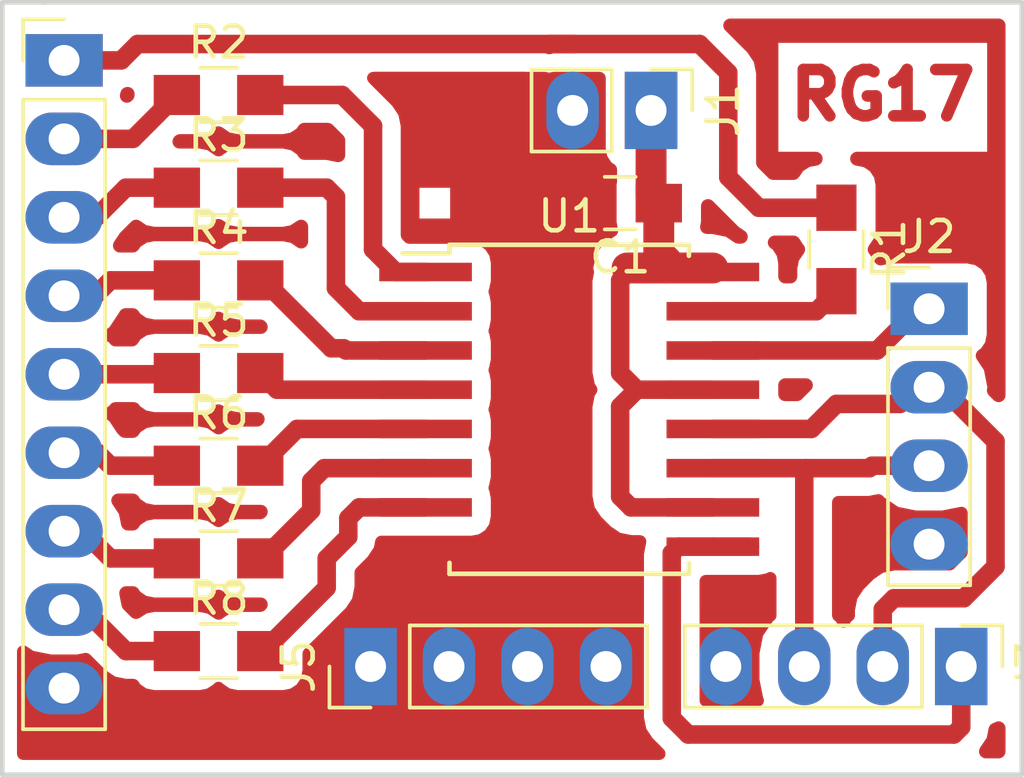
<source format=kicad_pcb>
(kicad_pcb (version 4) (host pcbnew 4.0.7-e2-6376~58~ubuntu16.04.1)

  (general
    (links 35)
    (no_connects 25)
    (area 0 0 0 0)
    (thickness 1.6)
    (drawings 5)
    (tracks 109)
    (zones 0)
    (modules 15)
    (nets 23)
  )

  (page A4)
  (layers
    (0 F.Cu signal)
    (31 B.Cu signal)
    (32 B.Adhes user)
    (33 F.Adhes user)
    (34 B.Paste user)
    (35 F.Paste user)
    (36 B.SilkS user)
    (37 F.SilkS user hide)
    (38 B.Mask user)
    (39 F.Mask user)
    (40 Dwgs.User user)
    (41 Cmts.User user)
    (42 Eco1.User user)
    (43 Eco2.User user)
    (44 Edge.Cuts user)
    (45 Margin user)
    (46 B.CrtYd user)
    (47 F.CrtYd user)
    (48 B.Fab user)
    (49 F.Fab user hide)
  )

  (setup
    (last_trace_width 0.6)
    (user_trace_width 0.5)
    (user_trace_width 0.75)
    (user_trace_width 1)
    (user_trace_width 1.5)
    (user_trace_width 2)
    (trace_clearance 0.6)
    (zone_clearance 0.45)
    (zone_45_only yes)
    (trace_min 0.2)
    (segment_width 0.2)
    (edge_width 0.15)
    (via_size 2)
    (via_drill 0.4)
    (via_min_size 0.4)
    (via_min_drill 0.3)
    (uvia_size 0.3)
    (uvia_drill 0.1)
    (uvias_allowed no)
    (uvia_min_size 0.2)
    (uvia_min_drill 0.1)
    (pcb_text_width 0.3)
    (pcb_text_size 1.5 1.5)
    (mod_edge_width 0.15)
    (mod_text_size 1 1)
    (mod_text_width 0.15)
    (pad_size 1.524 1.524)
    (pad_drill 0.762)
    (pad_to_mask_clearance 0.2)
    (aux_axis_origin 0 0)
    (visible_elements FFFFFF7F)
    (pcbplotparams
      (layerselection 0x00030_80000001)
      (usegerberextensions false)
      (excludeedgelayer true)
      (linewidth 0.100000)
      (plotframeref false)
      (viasonmask false)
      (mode 1)
      (useauxorigin false)
      (hpglpennumber 1)
      (hpglpenspeed 20)
      (hpglpendiameter 15)
      (hpglpenoverlay 2)
      (psnegative false)
      (psa4output false)
      (plotreference true)
      (plotvalue true)
      (plotinvisibletext false)
      (padsonsilk false)
      (subtractmaskfromsilk false)
      (outputformat 1)
      (mirror false)
      (drillshape 1)
      (scaleselection 1)
      (outputdirectory ""))
  )

  (net 0 "")
  (net 1 VCC)
  (net 2 GND)
  (net 3 "Net-(J2-Pad1)")
  (net 4 "Net-(J2-Pad2)")
  (net 5 "Net-(J2-Pad3)")
  (net 6 "Net-(J3-Pad1)")
  (net 7 "Net-(J4-Pad1)")
  (net 8 "Net-(J4-Pad2)")
  (net 9 "Net-(J4-Pad3)")
  (net 10 "Net-(J4-Pad4)")
  (net 11 "Net-(J4-Pad5)")
  (net 12 "Net-(J4-Pad6)")
  (net 13 "Net-(J4-Pad7)")
  (net 14 "Net-(J4-Pad8)")
  (net 15 "Net-(R1-Pad2)")
  (net 16 "Net-(R2-Pad2)")
  (net 17 "Net-(R3-Pad2)")
  (net 18 "Net-(R4-Pad2)")
  (net 19 "Net-(R5-Pad2)")
  (net 20 "Net-(R6-Pad2)")
  (net 21 "Net-(R7-Pad2)")
  (net 22 "Net-(R8-Pad2)")

  (net_class Default "This is the default net class."
    (clearance 0.6)
    (trace_width 0.6)
    (via_dia 2)
    (via_drill 0.4)
    (uvia_dia 0.3)
    (uvia_drill 0.1)
    (add_net GND)
    (add_net "Net-(J2-Pad1)")
    (add_net "Net-(J2-Pad2)")
    (add_net "Net-(J2-Pad3)")
    (add_net "Net-(J3-Pad1)")
    (add_net "Net-(J4-Pad1)")
    (add_net "Net-(J4-Pad2)")
    (add_net "Net-(J4-Pad3)")
    (add_net "Net-(J4-Pad4)")
    (add_net "Net-(J4-Pad5)")
    (add_net "Net-(J4-Pad6)")
    (add_net "Net-(J4-Pad7)")
    (add_net "Net-(J4-Pad8)")
    (add_net "Net-(R1-Pad2)")
    (add_net "Net-(R2-Pad2)")
    (add_net "Net-(R3-Pad2)")
    (add_net "Net-(R4-Pad2)")
    (add_net "Net-(R5-Pad2)")
    (add_net "Net-(R6-Pad2)")
    (add_net "Net-(R7-Pad2)")
    (add_net "Net-(R8-Pad2)")
    (add_net VCC)
  )

  (module baby_panel_footprints:Header_1x04_2.54mm_Oval (layer F.Cu) (tedit 5A37DCBE) (tstamp 5A3804BF)
    (at 138 82.92)
    (descr "Through hole straight pin header, 1x04, 2.54mm pitch, single row")
    (tags "Through hole pin header THT 1x04 2.54mm single row")
    (path /5A37FC8B)
    (fp_text reference J2 (at 0 -2.33) (layer F.SilkS)
      (effects (font (size 1 1) (thickness 0.15)))
    )
    (fp_text value Conn_01x04_Male (at 0 9.95) (layer F.Fab)
      (effects (font (size 1 1) (thickness 0.15)))
    )
    (fp_line (start -0.635 -1.27) (end 1.27 -1.27) (layer F.Fab) (width 0.1))
    (fp_line (start 1.27 -1.27) (end 1.27 8.89) (layer F.Fab) (width 0.1))
    (fp_line (start 1.27 8.89) (end -1.27 8.89) (layer F.Fab) (width 0.1))
    (fp_line (start -1.27 8.89) (end -1.27 -0.635) (layer F.Fab) (width 0.1))
    (fp_line (start -1.27 -0.635) (end -0.635 -1.27) (layer F.Fab) (width 0.1))
    (fp_line (start -1.33 8.95) (end 1.33 8.95) (layer F.SilkS) (width 0.12))
    (fp_line (start -1.33 1.27) (end -1.33 8.95) (layer F.SilkS) (width 0.12))
    (fp_line (start 1.33 1.27) (end 1.33 8.95) (layer F.SilkS) (width 0.12))
    (fp_line (start -1.33 1.27) (end 1.33 1.27) (layer F.SilkS) (width 0.12))
    (fp_line (start -1.33 0) (end -1.33 -1.33) (layer F.SilkS) (width 0.12))
    (fp_line (start -1.33 -1.33) (end 0 -1.33) (layer F.SilkS) (width 0.12))
    (fp_line (start -1.8 -1.8) (end -1.8 9.4) (layer F.CrtYd) (width 0.05))
    (fp_line (start -1.8 9.4) (end 1.8 9.4) (layer F.CrtYd) (width 0.05))
    (fp_line (start 1.8 9.4) (end 1.8 -1.8) (layer F.CrtYd) (width 0.05))
    (fp_line (start 1.8 -1.8) (end -1.8 -1.8) (layer F.CrtYd) (width 0.05))
    (fp_text user %R (at 0 3.81 90) (layer F.Fab)
      (effects (font (size 1 1) (thickness 0.15)))
    )
    (pad 1 thru_hole rect (at 0 0) (size 2.5 1.7) (drill 1) (layers *.Cu *.Mask)
      (net 3 "Net-(J2-Pad1)"))
    (pad 2 thru_hole oval (at 0 2.54) (size 2.5 1.7) (drill 1) (layers *.Cu *.Mask)
      (net 4 "Net-(J2-Pad2)"))
    (pad 3 thru_hole oval (at 0 5.08) (size 2.5 1.7) (drill 1) (layers *.Cu *.Mask)
      (net 5 "Net-(J2-Pad3)"))
    (pad 4 thru_hole oval (at 0 7.62) (size 2.5 1.7) (drill 1) (layers *.Cu *.Mask)
      (net 2 GND))
    (model ${KISYS3DMOD}/Pin_Headers.3dshapes/Pin_Header_Straight_1x04_Pitch2.54mm.wrl
      (at (xyz 0 0 0))
      (scale (xyz 1 1 1))
      (rotate (xyz 0 0 0))
    )
  )

  (module baby_panel_footprints:Header_1x04_2.54mm_Oval (layer F.Cu) (tedit 5A37DCBE) (tstamp 5A3804D7)
    (at 139.04 94.5 270)
    (descr "Through hole straight pin header, 1x04, 2.54mm pitch, single row")
    (tags "Through hole pin header THT 1x04 2.54mm single row")
    (path /5A380C46)
    (fp_text reference J3 (at 0 -2.33 270) (layer F.SilkS)
      (effects (font (size 1 1) (thickness 0.15)))
    )
    (fp_text value Conn_01x04_Male (at 0 9.95 270) (layer F.Fab)
      (effects (font (size 1 1) (thickness 0.15)))
    )
    (fp_line (start -0.635 -1.27) (end 1.27 -1.27) (layer F.Fab) (width 0.1))
    (fp_line (start 1.27 -1.27) (end 1.27 8.89) (layer F.Fab) (width 0.1))
    (fp_line (start 1.27 8.89) (end -1.27 8.89) (layer F.Fab) (width 0.1))
    (fp_line (start -1.27 8.89) (end -1.27 -0.635) (layer F.Fab) (width 0.1))
    (fp_line (start -1.27 -0.635) (end -0.635 -1.27) (layer F.Fab) (width 0.1))
    (fp_line (start -1.33 8.95) (end 1.33 8.95) (layer F.SilkS) (width 0.12))
    (fp_line (start -1.33 1.27) (end -1.33 8.95) (layer F.SilkS) (width 0.12))
    (fp_line (start 1.33 1.27) (end 1.33 8.95) (layer F.SilkS) (width 0.12))
    (fp_line (start -1.33 1.27) (end 1.33 1.27) (layer F.SilkS) (width 0.12))
    (fp_line (start -1.33 0) (end -1.33 -1.33) (layer F.SilkS) (width 0.12))
    (fp_line (start -1.33 -1.33) (end 0 -1.33) (layer F.SilkS) (width 0.12))
    (fp_line (start -1.8 -1.8) (end -1.8 9.4) (layer F.CrtYd) (width 0.05))
    (fp_line (start -1.8 9.4) (end 1.8 9.4) (layer F.CrtYd) (width 0.05))
    (fp_line (start 1.8 9.4) (end 1.8 -1.8) (layer F.CrtYd) (width 0.05))
    (fp_line (start 1.8 -1.8) (end -1.8 -1.8) (layer F.CrtYd) (width 0.05))
    (fp_text user %R (at 0 3.81 360) (layer F.Fab)
      (effects (font (size 1 1) (thickness 0.15)))
    )
    (pad 1 thru_hole rect (at 0 0 270) (size 2.5 1.7) (drill 1) (layers *.Cu *.Mask)
      (net 6 "Net-(J3-Pad1)"))
    (pad 2 thru_hole oval (at 0 2.54 270) (size 2.5 1.7) (drill 1) (layers *.Cu *.Mask)
      (net 4 "Net-(J2-Pad2)"))
    (pad 3 thru_hole oval (at 0 5.08 270) (size 2.5 1.7) (drill 1) (layers *.Cu *.Mask)
      (net 5 "Net-(J2-Pad3)"))
    (pad 4 thru_hole oval (at 0 7.62 270) (size 2.5 1.7) (drill 1) (layers *.Cu *.Mask)
      (net 2 GND))
    (model ${KISYS3DMOD}/Pin_Headers.3dshapes/Pin_Header_Straight_1x04_Pitch2.54mm.wrl
      (at (xyz 0 0 0))
      (scale (xyz 1 1 1))
      (rotate (xyz 0 0 0))
    )
  )

  (module Capacitors_SMD:C_0805_HandSoldering (layer F.Cu) (tedit 58AA84A8) (tstamp 5A380491)
    (at 128 79.5 180)
    (descr "Capacitor SMD 0805, hand soldering")
    (tags "capacitor 0805")
    (path /5A37FEBA)
    (attr smd)
    (fp_text reference C1 (at 0 -1.75 180) (layer F.SilkS)
      (effects (font (size 1 1) (thickness 0.15)))
    )
    (fp_text value 100n (at 0 1.75 180) (layer F.Fab)
      (effects (font (size 1 1) (thickness 0.15)))
    )
    (fp_text user %R (at 0 -1.75 180) (layer F.Fab)
      (effects (font (size 1 1) (thickness 0.15)))
    )
    (fp_line (start -1 0.62) (end -1 -0.62) (layer F.Fab) (width 0.1))
    (fp_line (start 1 0.62) (end -1 0.62) (layer F.Fab) (width 0.1))
    (fp_line (start 1 -0.62) (end 1 0.62) (layer F.Fab) (width 0.1))
    (fp_line (start -1 -0.62) (end 1 -0.62) (layer F.Fab) (width 0.1))
    (fp_line (start 0.5 -0.85) (end -0.5 -0.85) (layer F.SilkS) (width 0.12))
    (fp_line (start -0.5 0.85) (end 0.5 0.85) (layer F.SilkS) (width 0.12))
    (fp_line (start -2.25 -0.88) (end 2.25 -0.88) (layer F.CrtYd) (width 0.05))
    (fp_line (start -2.25 -0.88) (end -2.25 0.87) (layer F.CrtYd) (width 0.05))
    (fp_line (start 2.25 0.87) (end 2.25 -0.88) (layer F.CrtYd) (width 0.05))
    (fp_line (start 2.25 0.87) (end -2.25 0.87) (layer F.CrtYd) (width 0.05))
    (pad 1 smd rect (at -1.25 0 180) (size 1.5 1.25) (layers F.Cu F.Paste F.Mask)
      (net 1 VCC))
    (pad 2 smd rect (at 1.25 0 180) (size 1.5 1.25) (layers F.Cu F.Paste F.Mask)
      (net 2 GND))
    (model Capacitors_SMD.3dshapes/C_0805.wrl
      (at (xyz 0 0 0))
      (scale (xyz 1 1 1))
      (rotate (xyz 0 0 0))
    )
  )

  (module baby_panel_footprints:Header_1x02_2.54mm_Oval (layer F.Cu) (tedit 5A37DC5B) (tstamp 5A3804A7)
    (at 129 76.5 270)
    (descr "Through hole straight pin header, 1x02, 2.54mm pitch, single row")
    (tags "Through hole pin header THT 1x02 2.54mm single row")
    (path /5A37FB2A)
    (fp_text reference J1 (at 0 -2.33 270) (layer F.SilkS)
      (effects (font (size 1 1) (thickness 0.15)))
    )
    (fp_text value Conn_01x02_Male (at 0 4.87 270) (layer F.Fab)
      (effects (font (size 1 1) (thickness 0.15)))
    )
    (fp_line (start -0.635 -1.27) (end 1.27 -1.27) (layer F.Fab) (width 0.1))
    (fp_line (start 1.27 -1.27) (end 1.27 3.81) (layer F.Fab) (width 0.1))
    (fp_line (start 1.27 3.81) (end -1.27 3.81) (layer F.Fab) (width 0.1))
    (fp_line (start -1.27 3.81) (end -1.27 -0.635) (layer F.Fab) (width 0.1))
    (fp_line (start -1.27 -0.635) (end -0.635 -1.27) (layer F.Fab) (width 0.1))
    (fp_line (start -1.33 3.87) (end 1.33 3.87) (layer F.SilkS) (width 0.12))
    (fp_line (start -1.33 1.27) (end -1.33 3.87) (layer F.SilkS) (width 0.12))
    (fp_line (start 1.33 1.27) (end 1.33 3.87) (layer F.SilkS) (width 0.12))
    (fp_line (start -1.33 1.27) (end 1.33 1.27) (layer F.SilkS) (width 0.12))
    (fp_line (start -1.33 0) (end -1.33 -1.33) (layer F.SilkS) (width 0.12))
    (fp_line (start -1.33 -1.33) (end 0 -1.33) (layer F.SilkS) (width 0.12))
    (fp_line (start -1.8 -1.8) (end -1.8 4.35) (layer F.CrtYd) (width 0.05))
    (fp_line (start -1.8 4.35) (end 1.8 4.35) (layer F.CrtYd) (width 0.05))
    (fp_line (start 1.8 4.35) (end 1.8 -1.8) (layer F.CrtYd) (width 0.05))
    (fp_line (start 1.8 -1.8) (end -1.8 -1.8) (layer F.CrtYd) (width 0.05))
    (fp_text user %R (at 0 1.27 360) (layer F.Fab)
      (effects (font (size 1 1) (thickness 0.15)))
    )
    (pad 1 thru_hole rect (at 0 0 270) (size 2.5 1.7) (drill 1) (layers *.Cu *.Mask)
      (net 1 VCC))
    (pad 2 thru_hole oval (at 0 2.54 270) (size 2.5 1.7) (drill 1) (layers *.Cu *.Mask)
      (net 2 GND))
    (model ${KISYS3DMOD}/Pin_Headers.3dshapes/Pin_Header_Straight_1x02_Pitch2.54mm.wrl
      (at (xyz 0 0 0))
      (scale (xyz 1 1 1))
      (rotate (xyz 0 0 0))
    )
  )

  (module baby_panel_footprints:Header_1x09_2.54mm_Oval (layer F.Cu) (tedit 5A37FF6F) (tstamp 5A3804F4)
    (at 110 74.88)
    (descr "Through hole straight pin header, 1x09, 2.54mm pitch, single row")
    (tags "Through hole pin header THT 1x09 2.54mm single row")
    (path /5A3813F0)
    (fp_text reference J4 (at 0 -2.33) (layer F.SilkS)
      (effects (font (size 1 1) (thickness 0.15)))
    )
    (fp_text value Conn_01x09_Male (at 0 22.65) (layer F.Fab)
      (effects (font (size 1 1) (thickness 0.15)))
    )
    (fp_line (start -0.635 -1.27) (end 1.27 -1.27) (layer F.Fab) (width 0.1))
    (fp_line (start 1.27 -1.27) (end 1.27 21.59) (layer F.Fab) (width 0.1))
    (fp_line (start 1.27 21.59) (end -1.27 21.59) (layer F.Fab) (width 0.1))
    (fp_line (start -1.27 21.59) (end -1.27 -0.635) (layer F.Fab) (width 0.1))
    (fp_line (start -1.27 -0.635) (end -0.635 -1.27) (layer F.Fab) (width 0.1))
    (fp_line (start -1.33 21.65) (end 1.33 21.65) (layer F.SilkS) (width 0.12))
    (fp_line (start -1.33 1.27) (end -1.33 21.65) (layer F.SilkS) (width 0.12))
    (fp_line (start 1.33 1.27) (end 1.33 21.65) (layer F.SilkS) (width 0.12))
    (fp_line (start -1.33 1.27) (end 1.33 1.27) (layer F.SilkS) (width 0.12))
    (fp_line (start -1.33 0) (end -1.33 -1.33) (layer F.SilkS) (width 0.12))
    (fp_line (start -1.33 -1.33) (end 0 -1.33) (layer F.SilkS) (width 0.12))
    (fp_line (start -1.8 -1.8) (end -1.8 22.1) (layer F.CrtYd) (width 0.05))
    (fp_line (start -1.8 22.1) (end 1.8 22.1) (layer F.CrtYd) (width 0.05))
    (fp_line (start 1.8 22.1) (end 1.8 -1.8) (layer F.CrtYd) (width 0.05))
    (fp_line (start 1.8 -1.8) (end -1.8 -1.8) (layer F.CrtYd) (width 0.05))
    (fp_text user %R (at 0 10.16 90) (layer F.Fab)
      (effects (font (size 1 1) (thickness 0.15)))
    )
    (pad 1 thru_hole rect (at 0 0) (size 2.5 1.7) (drill 1) (layers *.Cu *.Mask)
      (net 7 "Net-(J4-Pad1)"))
    (pad 2 thru_hole oval (at 0 2.54) (size 2.5 1.7) (drill 1) (layers *.Cu *.Mask)
      (net 8 "Net-(J4-Pad2)"))
    (pad 3 thru_hole oval (at 0 5.08) (size 2.5 1.7) (drill 1) (layers *.Cu *.Mask)
      (net 9 "Net-(J4-Pad3)"))
    (pad 4 thru_hole oval (at 0 7.62) (size 2.5 1.7) (drill 1) (layers *.Cu *.Mask)
      (net 10 "Net-(J4-Pad4)"))
    (pad 5 thru_hole oval (at 0 10.16) (size 2.5 1.7) (drill 1) (layers *.Cu *.Mask)
      (net 11 "Net-(J4-Pad5)"))
    (pad 6 thru_hole oval (at 0 12.7) (size 2.5 1.7) (drill 1) (layers *.Cu *.Mask)
      (net 12 "Net-(J4-Pad6)"))
    (pad 7 thru_hole oval (at 0 15.24) (size 2.5 1.7) (drill 1) (layers *.Cu *.Mask)
      (net 13 "Net-(J4-Pad7)"))
    (pad 8 thru_hole oval (at 0 17.78) (size 2.5 1.7) (drill 1) (layers *.Cu *.Mask)
      (net 14 "Net-(J4-Pad8)"))
    (pad 9 thru_hole oval (at 0 20.32) (size 2.5 1.7) (drill 1) (layers *.Cu *.Mask)
      (net 2 GND))
    (model ${KISYS3DMOD}/Pin_Headers.3dshapes/Pin_Header_Straight_1x09_Pitch2.54mm.wrl
      (at (xyz 0 0 0))
      (scale (xyz 1 1 1))
      (rotate (xyz 0 0 0))
    )
  )

  (module baby_panel_footprints:Header_1x04_2.54mm_Oval (layer F.Cu) (tedit 5A37DCBE) (tstamp 5A38050C)
    (at 119.92 94.5 90)
    (descr "Through hole straight pin header, 1x04, 2.54mm pitch, single row")
    (tags "Through hole pin header THT 1x04 2.54mm single row")
    (path /5A381EDE)
    (fp_text reference J5 (at 0 -2.33 90) (layer F.SilkS)
      (effects (font (size 1 1) (thickness 0.15)))
    )
    (fp_text value Conn_01x04_Male (at 0 9.95 90) (layer F.Fab)
      (effects (font (size 1 1) (thickness 0.15)))
    )
    (fp_line (start -0.635 -1.27) (end 1.27 -1.27) (layer F.Fab) (width 0.1))
    (fp_line (start 1.27 -1.27) (end 1.27 8.89) (layer F.Fab) (width 0.1))
    (fp_line (start 1.27 8.89) (end -1.27 8.89) (layer F.Fab) (width 0.1))
    (fp_line (start -1.27 8.89) (end -1.27 -0.635) (layer F.Fab) (width 0.1))
    (fp_line (start -1.27 -0.635) (end -0.635 -1.27) (layer F.Fab) (width 0.1))
    (fp_line (start -1.33 8.95) (end 1.33 8.95) (layer F.SilkS) (width 0.12))
    (fp_line (start -1.33 1.27) (end -1.33 8.95) (layer F.SilkS) (width 0.12))
    (fp_line (start 1.33 1.27) (end 1.33 8.95) (layer F.SilkS) (width 0.12))
    (fp_line (start -1.33 1.27) (end 1.33 1.27) (layer F.SilkS) (width 0.12))
    (fp_line (start -1.33 0) (end -1.33 -1.33) (layer F.SilkS) (width 0.12))
    (fp_line (start -1.33 -1.33) (end 0 -1.33) (layer F.SilkS) (width 0.12))
    (fp_line (start -1.8 -1.8) (end -1.8 9.4) (layer F.CrtYd) (width 0.05))
    (fp_line (start -1.8 9.4) (end 1.8 9.4) (layer F.CrtYd) (width 0.05))
    (fp_line (start 1.8 9.4) (end 1.8 -1.8) (layer F.CrtYd) (width 0.05))
    (fp_line (start 1.8 -1.8) (end -1.8 -1.8) (layer F.CrtYd) (width 0.05))
    (fp_text user %R (at 0 3.81 180) (layer F.Fab)
      (effects (font (size 1 1) (thickness 0.15)))
    )
    (pad 1 thru_hole rect (at 0 0 90) (size 2.5 1.7) (drill 1) (layers *.Cu *.Mask)
      (net 2 GND))
    (pad 2 thru_hole oval (at 0 2.54 90) (size 2.5 1.7) (drill 1) (layers *.Cu *.Mask)
      (net 2 GND))
    (pad 3 thru_hole oval (at 0 5.08 90) (size 2.5 1.7) (drill 1) (layers *.Cu *.Mask)
      (net 2 GND))
    (pad 4 thru_hole oval (at 0 7.62 90) (size 2.5 1.7) (drill 1) (layers *.Cu *.Mask)
      (net 2 GND))
    (model ${KISYS3DMOD}/Pin_Headers.3dshapes/Pin_Header_Straight_1x04_Pitch2.54mm.wrl
      (at (xyz 0 0 0))
      (scale (xyz 1 1 1))
      (rotate (xyz 0 0 0))
    )
  )

  (module Resistors_SMD:R_0805_HandSoldering (layer F.Cu) (tedit 58E0A804) (tstamp 5A380512)
    (at 135 81 270)
    (descr "Resistor SMD 0805, hand soldering")
    (tags "resistor 0805")
    (path /5A380082)
    (attr smd)
    (fp_text reference R1 (at 0 -1.7 270) (layer F.SilkS)
      (effects (font (size 1 1) (thickness 0.15)))
    )
    (fp_text value 200 (at 0 1.75 270) (layer F.Fab)
      (effects (font (size 1 1) (thickness 0.15)))
    )
    (fp_text user %R (at 0 0 270) (layer F.Fab)
      (effects (font (size 0.5 0.5) (thickness 0.075)))
    )
    (fp_line (start -1 0.62) (end -1 -0.62) (layer F.Fab) (width 0.1))
    (fp_line (start 1 0.62) (end -1 0.62) (layer F.Fab) (width 0.1))
    (fp_line (start 1 -0.62) (end 1 0.62) (layer F.Fab) (width 0.1))
    (fp_line (start -1 -0.62) (end 1 -0.62) (layer F.Fab) (width 0.1))
    (fp_line (start 0.6 0.88) (end -0.6 0.88) (layer F.SilkS) (width 0.12))
    (fp_line (start -0.6 -0.88) (end 0.6 -0.88) (layer F.SilkS) (width 0.12))
    (fp_line (start -2.35 -0.9) (end 2.35 -0.9) (layer F.CrtYd) (width 0.05))
    (fp_line (start -2.35 -0.9) (end -2.35 0.9) (layer F.CrtYd) (width 0.05))
    (fp_line (start 2.35 0.9) (end 2.35 -0.9) (layer F.CrtYd) (width 0.05))
    (fp_line (start 2.35 0.9) (end -2.35 0.9) (layer F.CrtYd) (width 0.05))
    (pad 1 smd rect (at -1.35 0 270) (size 1.5 1.3) (layers F.Cu F.Paste F.Mask)
      (net 7 "Net-(J4-Pad1)"))
    (pad 2 smd rect (at 1.35 0 270) (size 1.5 1.3) (layers F.Cu F.Paste F.Mask)
      (net 15 "Net-(R1-Pad2)"))
    (model ${KISYS3DMOD}/Resistors_SMD.3dshapes/R_0805.wrl
      (at (xyz 0 0 0))
      (scale (xyz 1 1 1))
      (rotate (xyz 0 0 0))
    )
  )

  (module Resistors_SMD:R_0805_HandSoldering (layer F.Cu) (tedit 58E0A804) (tstamp 5A380518)
    (at 115 76)
    (descr "Resistor SMD 0805, hand soldering")
    (tags "resistor 0805")
    (path /5A38015C)
    (attr smd)
    (fp_text reference R2 (at 0 -1.7) (layer F.SilkS)
      (effects (font (size 1 1) (thickness 0.15)))
    )
    (fp_text value 200 (at 0 1.75) (layer F.Fab)
      (effects (font (size 1 1) (thickness 0.15)))
    )
    (fp_text user %R (at 0 0) (layer F.Fab)
      (effects (font (size 0.5 0.5) (thickness 0.075)))
    )
    (fp_line (start -1 0.62) (end -1 -0.62) (layer F.Fab) (width 0.1))
    (fp_line (start 1 0.62) (end -1 0.62) (layer F.Fab) (width 0.1))
    (fp_line (start 1 -0.62) (end 1 0.62) (layer F.Fab) (width 0.1))
    (fp_line (start -1 -0.62) (end 1 -0.62) (layer F.Fab) (width 0.1))
    (fp_line (start 0.6 0.88) (end -0.6 0.88) (layer F.SilkS) (width 0.12))
    (fp_line (start -0.6 -0.88) (end 0.6 -0.88) (layer F.SilkS) (width 0.12))
    (fp_line (start -2.35 -0.9) (end 2.35 -0.9) (layer F.CrtYd) (width 0.05))
    (fp_line (start -2.35 -0.9) (end -2.35 0.9) (layer F.CrtYd) (width 0.05))
    (fp_line (start 2.35 0.9) (end 2.35 -0.9) (layer F.CrtYd) (width 0.05))
    (fp_line (start 2.35 0.9) (end -2.35 0.9) (layer F.CrtYd) (width 0.05))
    (pad 1 smd rect (at -1.35 0) (size 1.5 1.3) (layers F.Cu F.Paste F.Mask)
      (net 8 "Net-(J4-Pad2)"))
    (pad 2 smd rect (at 1.35 0) (size 1.5 1.3) (layers F.Cu F.Paste F.Mask)
      (net 16 "Net-(R2-Pad2)"))
    (model ${KISYS3DMOD}/Resistors_SMD.3dshapes/R_0805.wrl
      (at (xyz 0 0 0))
      (scale (xyz 1 1 1))
      (rotate (xyz 0 0 0))
    )
  )

  (module Resistors_SMD:R_0805_HandSoldering (layer F.Cu) (tedit 58E0A804) (tstamp 5A38051E)
    (at 115 79)
    (descr "Resistor SMD 0805, hand soldering")
    (tags "resistor 0805")
    (path /5A38017E)
    (attr smd)
    (fp_text reference R3 (at 0 -1.7) (layer F.SilkS)
      (effects (font (size 1 1) (thickness 0.15)))
    )
    (fp_text value 200 (at 0 1.75) (layer F.Fab)
      (effects (font (size 1 1) (thickness 0.15)))
    )
    (fp_text user %R (at 0 0) (layer F.Fab)
      (effects (font (size 0.5 0.5) (thickness 0.075)))
    )
    (fp_line (start -1 0.62) (end -1 -0.62) (layer F.Fab) (width 0.1))
    (fp_line (start 1 0.62) (end -1 0.62) (layer F.Fab) (width 0.1))
    (fp_line (start 1 -0.62) (end 1 0.62) (layer F.Fab) (width 0.1))
    (fp_line (start -1 -0.62) (end 1 -0.62) (layer F.Fab) (width 0.1))
    (fp_line (start 0.6 0.88) (end -0.6 0.88) (layer F.SilkS) (width 0.12))
    (fp_line (start -0.6 -0.88) (end 0.6 -0.88) (layer F.SilkS) (width 0.12))
    (fp_line (start -2.35 -0.9) (end 2.35 -0.9) (layer F.CrtYd) (width 0.05))
    (fp_line (start -2.35 -0.9) (end -2.35 0.9) (layer F.CrtYd) (width 0.05))
    (fp_line (start 2.35 0.9) (end 2.35 -0.9) (layer F.CrtYd) (width 0.05))
    (fp_line (start 2.35 0.9) (end -2.35 0.9) (layer F.CrtYd) (width 0.05))
    (pad 1 smd rect (at -1.35 0) (size 1.5 1.3) (layers F.Cu F.Paste F.Mask)
      (net 9 "Net-(J4-Pad3)"))
    (pad 2 smd rect (at 1.35 0) (size 1.5 1.3) (layers F.Cu F.Paste F.Mask)
      (net 17 "Net-(R3-Pad2)"))
    (model ${KISYS3DMOD}/Resistors_SMD.3dshapes/R_0805.wrl
      (at (xyz 0 0 0))
      (scale (xyz 1 1 1))
      (rotate (xyz 0 0 0))
    )
  )

  (module Resistors_SMD:R_0805_HandSoldering (layer F.Cu) (tedit 58E0A804) (tstamp 5A380524)
    (at 115 82)
    (descr "Resistor SMD 0805, hand soldering")
    (tags "resistor 0805")
    (path /5A3801A3)
    (attr smd)
    (fp_text reference R4 (at 0 -1.7) (layer F.SilkS)
      (effects (font (size 1 1) (thickness 0.15)))
    )
    (fp_text value 200 (at 0 1.75) (layer F.Fab)
      (effects (font (size 1 1) (thickness 0.15)))
    )
    (fp_text user %R (at 0 0) (layer F.Fab)
      (effects (font (size 0.5 0.5) (thickness 0.075)))
    )
    (fp_line (start -1 0.62) (end -1 -0.62) (layer F.Fab) (width 0.1))
    (fp_line (start 1 0.62) (end -1 0.62) (layer F.Fab) (width 0.1))
    (fp_line (start 1 -0.62) (end 1 0.62) (layer F.Fab) (width 0.1))
    (fp_line (start -1 -0.62) (end 1 -0.62) (layer F.Fab) (width 0.1))
    (fp_line (start 0.6 0.88) (end -0.6 0.88) (layer F.SilkS) (width 0.12))
    (fp_line (start -0.6 -0.88) (end 0.6 -0.88) (layer F.SilkS) (width 0.12))
    (fp_line (start -2.35 -0.9) (end 2.35 -0.9) (layer F.CrtYd) (width 0.05))
    (fp_line (start -2.35 -0.9) (end -2.35 0.9) (layer F.CrtYd) (width 0.05))
    (fp_line (start 2.35 0.9) (end 2.35 -0.9) (layer F.CrtYd) (width 0.05))
    (fp_line (start 2.35 0.9) (end -2.35 0.9) (layer F.CrtYd) (width 0.05))
    (pad 1 smd rect (at -1.35 0) (size 1.5 1.3) (layers F.Cu F.Paste F.Mask)
      (net 10 "Net-(J4-Pad4)"))
    (pad 2 smd rect (at 1.35 0) (size 1.5 1.3) (layers F.Cu F.Paste F.Mask)
      (net 18 "Net-(R4-Pad2)"))
    (model ${KISYS3DMOD}/Resistors_SMD.3dshapes/R_0805.wrl
      (at (xyz 0 0 0))
      (scale (xyz 1 1 1))
      (rotate (xyz 0 0 0))
    )
  )

  (module Resistors_SMD:R_0805_HandSoldering (layer F.Cu) (tedit 58E0A804) (tstamp 5A38052A)
    (at 115 85)
    (descr "Resistor SMD 0805, hand soldering")
    (tags "resistor 0805")
    (path /5A3801CB)
    (attr smd)
    (fp_text reference R5 (at 0 -1.7) (layer F.SilkS)
      (effects (font (size 1 1) (thickness 0.15)))
    )
    (fp_text value 200 (at 0 1.75) (layer F.Fab)
      (effects (font (size 1 1) (thickness 0.15)))
    )
    (fp_text user %R (at 0 0) (layer F.Fab)
      (effects (font (size 0.5 0.5) (thickness 0.075)))
    )
    (fp_line (start -1 0.62) (end -1 -0.62) (layer F.Fab) (width 0.1))
    (fp_line (start 1 0.62) (end -1 0.62) (layer F.Fab) (width 0.1))
    (fp_line (start 1 -0.62) (end 1 0.62) (layer F.Fab) (width 0.1))
    (fp_line (start -1 -0.62) (end 1 -0.62) (layer F.Fab) (width 0.1))
    (fp_line (start 0.6 0.88) (end -0.6 0.88) (layer F.SilkS) (width 0.12))
    (fp_line (start -0.6 -0.88) (end 0.6 -0.88) (layer F.SilkS) (width 0.12))
    (fp_line (start -2.35 -0.9) (end 2.35 -0.9) (layer F.CrtYd) (width 0.05))
    (fp_line (start -2.35 -0.9) (end -2.35 0.9) (layer F.CrtYd) (width 0.05))
    (fp_line (start 2.35 0.9) (end 2.35 -0.9) (layer F.CrtYd) (width 0.05))
    (fp_line (start 2.35 0.9) (end -2.35 0.9) (layer F.CrtYd) (width 0.05))
    (pad 1 smd rect (at -1.35 0) (size 1.5 1.3) (layers F.Cu F.Paste F.Mask)
      (net 11 "Net-(J4-Pad5)"))
    (pad 2 smd rect (at 1.35 0) (size 1.5 1.3) (layers F.Cu F.Paste F.Mask)
      (net 19 "Net-(R5-Pad2)"))
    (model ${KISYS3DMOD}/Resistors_SMD.3dshapes/R_0805.wrl
      (at (xyz 0 0 0))
      (scale (xyz 1 1 1))
      (rotate (xyz 0 0 0))
    )
  )

  (module Resistors_SMD:R_0805_HandSoldering (layer F.Cu) (tedit 58E0A804) (tstamp 5A380530)
    (at 115 88)
    (descr "Resistor SMD 0805, hand soldering")
    (tags "resistor 0805")
    (path /5A3801F6)
    (attr smd)
    (fp_text reference R6 (at 0 -1.7) (layer F.SilkS)
      (effects (font (size 1 1) (thickness 0.15)))
    )
    (fp_text value 200 (at 0 1.75) (layer F.Fab)
      (effects (font (size 1 1) (thickness 0.15)))
    )
    (fp_text user %R (at 0 0) (layer F.Fab)
      (effects (font (size 0.5 0.5) (thickness 0.075)))
    )
    (fp_line (start -1 0.62) (end -1 -0.62) (layer F.Fab) (width 0.1))
    (fp_line (start 1 0.62) (end -1 0.62) (layer F.Fab) (width 0.1))
    (fp_line (start 1 -0.62) (end 1 0.62) (layer F.Fab) (width 0.1))
    (fp_line (start -1 -0.62) (end 1 -0.62) (layer F.Fab) (width 0.1))
    (fp_line (start 0.6 0.88) (end -0.6 0.88) (layer F.SilkS) (width 0.12))
    (fp_line (start -0.6 -0.88) (end 0.6 -0.88) (layer F.SilkS) (width 0.12))
    (fp_line (start -2.35 -0.9) (end 2.35 -0.9) (layer F.CrtYd) (width 0.05))
    (fp_line (start -2.35 -0.9) (end -2.35 0.9) (layer F.CrtYd) (width 0.05))
    (fp_line (start 2.35 0.9) (end 2.35 -0.9) (layer F.CrtYd) (width 0.05))
    (fp_line (start 2.35 0.9) (end -2.35 0.9) (layer F.CrtYd) (width 0.05))
    (pad 1 smd rect (at -1.35 0) (size 1.5 1.3) (layers F.Cu F.Paste F.Mask)
      (net 12 "Net-(J4-Pad6)"))
    (pad 2 smd rect (at 1.35 0) (size 1.5 1.3) (layers F.Cu F.Paste F.Mask)
      (net 20 "Net-(R6-Pad2)"))
    (model ${KISYS3DMOD}/Resistors_SMD.3dshapes/R_0805.wrl
      (at (xyz 0 0 0))
      (scale (xyz 1 1 1))
      (rotate (xyz 0 0 0))
    )
  )

  (module Resistors_SMD:R_0805_HandSoldering (layer F.Cu) (tedit 58E0A804) (tstamp 5A380536)
    (at 115 91)
    (descr "Resistor SMD 0805, hand soldering")
    (tags "resistor 0805")
    (path /5A380224)
    (attr smd)
    (fp_text reference R7 (at 0 -1.7) (layer F.SilkS)
      (effects (font (size 1 1) (thickness 0.15)))
    )
    (fp_text value 200 (at 0 1.75) (layer F.Fab)
      (effects (font (size 1 1) (thickness 0.15)))
    )
    (fp_text user %R (at 0 0) (layer F.Fab)
      (effects (font (size 0.5 0.5) (thickness 0.075)))
    )
    (fp_line (start -1 0.62) (end -1 -0.62) (layer F.Fab) (width 0.1))
    (fp_line (start 1 0.62) (end -1 0.62) (layer F.Fab) (width 0.1))
    (fp_line (start 1 -0.62) (end 1 0.62) (layer F.Fab) (width 0.1))
    (fp_line (start -1 -0.62) (end 1 -0.62) (layer F.Fab) (width 0.1))
    (fp_line (start 0.6 0.88) (end -0.6 0.88) (layer F.SilkS) (width 0.12))
    (fp_line (start -0.6 -0.88) (end 0.6 -0.88) (layer F.SilkS) (width 0.12))
    (fp_line (start -2.35 -0.9) (end 2.35 -0.9) (layer F.CrtYd) (width 0.05))
    (fp_line (start -2.35 -0.9) (end -2.35 0.9) (layer F.CrtYd) (width 0.05))
    (fp_line (start 2.35 0.9) (end 2.35 -0.9) (layer F.CrtYd) (width 0.05))
    (fp_line (start 2.35 0.9) (end -2.35 0.9) (layer F.CrtYd) (width 0.05))
    (pad 1 smd rect (at -1.35 0) (size 1.5 1.3) (layers F.Cu F.Paste F.Mask)
      (net 13 "Net-(J4-Pad7)"))
    (pad 2 smd rect (at 1.35 0) (size 1.5 1.3) (layers F.Cu F.Paste F.Mask)
      (net 21 "Net-(R7-Pad2)"))
    (model ${KISYS3DMOD}/Resistors_SMD.3dshapes/R_0805.wrl
      (at (xyz 0 0 0))
      (scale (xyz 1 1 1))
      (rotate (xyz 0 0 0))
    )
  )

  (module Resistors_SMD:R_0805_HandSoldering (layer F.Cu) (tedit 58E0A804) (tstamp 5A38053C)
    (at 115 94)
    (descr "Resistor SMD 0805, hand soldering")
    (tags "resistor 0805")
    (path /5A380255)
    (attr smd)
    (fp_text reference R8 (at 0 -1.7) (layer F.SilkS)
      (effects (font (size 1 1) (thickness 0.15)))
    )
    (fp_text value 200 (at 0 1.75) (layer F.Fab)
      (effects (font (size 1 1) (thickness 0.15)))
    )
    (fp_text user %R (at 0 0) (layer F.Fab)
      (effects (font (size 0.5 0.5) (thickness 0.075)))
    )
    (fp_line (start -1 0.62) (end -1 -0.62) (layer F.Fab) (width 0.1))
    (fp_line (start 1 0.62) (end -1 0.62) (layer F.Fab) (width 0.1))
    (fp_line (start 1 -0.62) (end 1 0.62) (layer F.Fab) (width 0.1))
    (fp_line (start -1 -0.62) (end 1 -0.62) (layer F.Fab) (width 0.1))
    (fp_line (start 0.6 0.88) (end -0.6 0.88) (layer F.SilkS) (width 0.12))
    (fp_line (start -0.6 -0.88) (end 0.6 -0.88) (layer F.SilkS) (width 0.12))
    (fp_line (start -2.35 -0.9) (end 2.35 -0.9) (layer F.CrtYd) (width 0.05))
    (fp_line (start -2.35 -0.9) (end -2.35 0.9) (layer F.CrtYd) (width 0.05))
    (fp_line (start 2.35 0.9) (end 2.35 -0.9) (layer F.CrtYd) (width 0.05))
    (fp_line (start 2.35 0.9) (end -2.35 0.9) (layer F.CrtYd) (width 0.05))
    (pad 1 smd rect (at -1.35 0) (size 1.5 1.3) (layers F.Cu F.Paste F.Mask)
      (net 14 "Net-(J4-Pad8)"))
    (pad 2 smd rect (at 1.35 0) (size 1.5 1.3) (layers F.Cu F.Paste F.Mask)
      (net 22 "Net-(R8-Pad2)"))
    (model ${KISYS3DMOD}/Resistors_SMD.3dshapes/R_0805.wrl
      (at (xyz 0 0 0))
      (scale (xyz 1 1 1))
      (rotate (xyz 0 0 0))
    )
  )

  (module baby_panel_footprints:SOIC-16W_7.5x10.3mm_Pitch1.27mm_HandSoldering (layer F.Cu) (tedit 5A380089) (tstamp 5A380550)
    (at 126.35 86.175)
    (descr "16-Lead Plastic Small Outline (SO) - Wide, 7.50 mm Body [SOIC] (see Microchip Packaging Specification 00000049BS.pdf)")
    (tags "SOIC 1.27")
    (path /5A37FD24)
    (attr smd)
    (fp_text reference U1 (at 0 -6.25) (layer F.SilkS)
      (effects (font (size 1 1) (thickness 0.15)))
    )
    (fp_text value 74HC595 (at 0 6.25) (layer F.Fab)
      (effects (font (size 1 1) (thickness 0.15)))
    )
    (fp_text user %R (at 0 0) (layer F.Fab)
      (effects (font (size 1 1) (thickness 0.15)))
    )
    (fp_line (start -2.75 -5.15) (end 3.75 -5.15) (layer F.Fab) (width 0.15))
    (fp_line (start 3.75 -5.15) (end 3.75 5.15) (layer F.Fab) (width 0.15))
    (fp_line (start 3.75 5.15) (end -3.75 5.15) (layer F.Fab) (width 0.15))
    (fp_line (start -3.75 5.15) (end -3.75 -4.15) (layer F.Fab) (width 0.15))
    (fp_line (start -3.75 -4.15) (end -2.75 -5.15) (layer F.Fab) (width 0.15))
    (fp_line (start -5.65 -5.5) (end -5.65 5.5) (layer F.CrtYd) (width 0.05))
    (fp_line (start 5.65 -5.5) (end 5.65 5.5) (layer F.CrtYd) (width 0.05))
    (fp_line (start -5.65 -5.5) (end 5.65 -5.5) (layer F.CrtYd) (width 0.05))
    (fp_line (start -5.65 5.5) (end 5.65 5.5) (layer F.CrtYd) (width 0.05))
    (fp_line (start -3.875 -5.325) (end -3.875 -5.05) (layer F.SilkS) (width 0.15))
    (fp_line (start 3.875 -5.325) (end 3.875 -4.97) (layer F.SilkS) (width 0.15))
    (fp_line (start 3.875 5.325) (end 3.875 4.97) (layer F.SilkS) (width 0.15))
    (fp_line (start -3.875 5.325) (end -3.875 4.97) (layer F.SilkS) (width 0.15))
    (fp_line (start -3.875 -5.325) (end 3.875 -5.325) (layer F.SilkS) (width 0.15))
    (fp_line (start -3.875 5.325) (end 3.875 5.325) (layer F.SilkS) (width 0.15))
    (fp_line (start -3.875 -5.05) (end -5.4 -5.05) (layer F.SilkS) (width 0.15))
    (pad 1 smd rect (at -4.65 -4.445) (size 3 0.6) (layers F.Cu F.Paste F.Mask)
      (net 16 "Net-(R2-Pad2)"))
    (pad 2 smd rect (at -4.65 -3.175) (size 3 0.6) (layers F.Cu F.Paste F.Mask)
      (net 17 "Net-(R3-Pad2)"))
    (pad 3 smd rect (at -4.65 -1.905) (size 3 0.6) (layers F.Cu F.Paste F.Mask)
      (net 18 "Net-(R4-Pad2)"))
    (pad 4 smd rect (at -4.65 -0.635) (size 3 0.6) (layers F.Cu F.Paste F.Mask)
      (net 19 "Net-(R5-Pad2)"))
    (pad 5 smd rect (at -4.65 0.635) (size 3 0.6) (layers F.Cu F.Paste F.Mask)
      (net 20 "Net-(R6-Pad2)"))
    (pad 6 smd rect (at -4.65 1.905) (size 3 0.6) (layers F.Cu F.Paste F.Mask)
      (net 21 "Net-(R7-Pad2)"))
    (pad 7 smd rect (at -4.65 3.175) (size 3 0.6) (layers F.Cu F.Paste F.Mask)
      (net 22 "Net-(R8-Pad2)"))
    (pad 8 smd rect (at -4.65 4.445) (size 3 0.6) (layers F.Cu F.Paste F.Mask)
      (net 2 GND))
    (pad 9 smd rect (at 4.65 4.445) (size 3 0.6) (layers F.Cu F.Paste F.Mask)
      (net 6 "Net-(J3-Pad1)"))
    (pad 10 smd rect (at 4.65 3.175) (size 3 0.6) (layers F.Cu F.Paste F.Mask)
      (net 1 VCC))
    (pad 11 smd rect (at 4.65 1.905) (size 3 0.6) (layers F.Cu F.Paste F.Mask)
      (net 5 "Net-(J2-Pad3)"))
    (pad 12 smd rect (at 4.65 0.635) (size 3 0.6) (layers F.Cu F.Paste F.Mask)
      (net 4 "Net-(J2-Pad2)"))
    (pad 13 smd rect (at 4.65 -0.635) (size 3 0.6) (layers F.Cu F.Paste F.Mask)
      (net 1 VCC))
    (pad 14 smd rect (at 4.65 -1.905) (size 3 0.6) (layers F.Cu F.Paste F.Mask)
      (net 3 "Net-(J2-Pad1)"))
    (pad 15 smd rect (at 4.65 -3.175) (size 3 0.6) (layers F.Cu F.Paste F.Mask)
      (net 15 "Net-(R1-Pad2)"))
    (pad 16 smd rect (at 4.65 -4.445) (size 3 0.6) (layers F.Cu F.Paste F.Mask)
      (net 1 VCC))
    (model ${KISYS3DMOD}/Housings_SOIC.3dshapes/SOIC-16W_7.5x10.3mm_Pitch1.27mm.wrl
      (at (xyz 0 0 0))
      (scale (xyz 1 1 1))
      (rotate (xyz 0 0 0))
    )
  )

  (gr_text RG17 (at 136.5 76) (layer F.Cu)
    (effects (font (size 1.5 1.5) (thickness 0.375)))
  )
  (gr_line (start 141 73) (end 108 73) (layer Edge.Cuts) (width 0.15))
  (gr_line (start 141 98) (end 141 73) (layer Edge.Cuts) (width 0.15))
  (gr_line (start 108 98) (end 141 98) (layer Edge.Cuts) (width 0.15))
  (gr_line (start 108 73) (end 108 98) (layer Edge.Cuts) (width 0.15))

  (segment (start 128.619999 81.599999) (end 129.5 81.599999) (width 1) (layer F.Cu) (net 1))
  (segment (start 129.5 81.599999) (end 131 81.599999) (width 1) (layer F.Cu) (net 1))
  (segment (start 129.25 79.5) (end 129.25 81.125) (width 1) (layer F.Cu) (net 1))
  (segment (start 129.25 81.125) (end 129.5 81.375) (width 1) (layer F.Cu) (net 1))
  (segment (start 129.5 81.375) (end 129.5 81.599999) (width 1) (layer F.Cu) (net 1))
  (segment (start 129 76.5) (end 129 79.25) (width 1) (layer F.Cu) (net 1))
  (segment (start 129 79.25) (end 129.25 79.5) (width 1) (layer F.Cu) (net 1))
  (segment (start 128.224999 81.599999) (end 128.619999 81.599999) (width 1) (layer F.Cu) (net 1))
  (segment (start 128 89) (end 128 86.08) (width 0.6) (layer F.Cu) (net 1))
  (segment (start 128 86.08) (end 128.54 85.54) (width 0.6) (layer F.Cu) (net 1))
  (segment (start 128.35 89.35) (end 128 89) (width 0.6) (layer F.Cu) (net 1))
  (segment (start 131 89.35) (end 128.35 89.35) (width 0.6) (layer F.Cu) (net 1))
  (segment (start 128 85) (end 128.54 85.54) (width 0.6) (layer F.Cu) (net 1))
  (segment (start 128.54 85.54) (end 131 85.54) (width 0.6) (layer F.Cu) (net 1))
  (segment (start 128 82) (end 128 85) (width 0.6) (layer F.Cu) (net 1))
  (segment (start 128.27 81.73) (end 128 82) (width 0.6) (layer F.Cu) (net 1))
  (segment (start 131 81.73) (end 128.27 81.73) (width 0.6) (layer F.Cu) (net 1))
  (segment (start 131 84.27) (end 136.315113 84.27) (width 0.6) (layer F.Cu) (net 3))
  (segment (start 136.315113 84.27) (end 137.665113 82.92) (width 0.6) (layer F.Cu) (net 3))
  (segment (start 137.665113 82.92) (end 138 82.92) (width 0.6) (layer F.Cu) (net 3))
  (segment (start 136.85999 92.29001) (end 139.124877 92.29001) (width 0.6) (layer F.Cu) (net 4))
  (segment (start 139.124877 92.29001) (end 140.15001 91.264877) (width 0.6) (layer F.Cu) (net 4))
  (segment (start 140.15001 91.264877) (end 140.15001 87.21001) (width 0.6) (layer F.Cu) (net 4))
  (segment (start 140.15001 87.21001) (end 138.4 85.46) (width 0.6) (layer F.Cu) (net 4))
  (segment (start 138.4 85.46) (end 138 85.46) (width 0.6) (layer F.Cu) (net 4))
  (segment (start 138 85.46) (end 137.6 85.46) (width 0.6) (layer F.Cu) (net 4))
  (segment (start 137.6 85.46) (end 137.06 86) (width 0.6) (layer F.Cu) (net 4))
  (segment (start 137.06 86) (end 135 86) (width 0.6) (layer F.Cu) (net 4))
  (segment (start 136.5 94.5) (end 136.5 92.65) (width 0.6) (layer F.Cu) (net 4))
  (segment (start 136.5 92.65) (end 136.85999 92.29001) (width 0.6) (layer F.Cu) (net 4))
  (segment (start 131 86.81) (end 134.19 86.81) (width 0.6) (layer F.Cu) (net 4))
  (segment (start 134.19 86.81) (end 135 86) (width 0.6) (layer F.Cu) (net 4))
  (segment (start 134 88.08) (end 136.07 88.08) (width 0.6) (layer F.Cu) (net 5))
  (segment (start 136.07 88.08) (end 136.15 88) (width 0.6) (layer F.Cu) (net 5))
  (segment (start 136.15 88) (end 138 88) (width 0.6) (layer F.Cu) (net 5))
  (segment (start 133.96 94.5) (end 133.96 88.12) (width 0.6) (layer F.Cu) (net 5))
  (segment (start 133.96 88.12) (end 134 88.08) (width 0.6) (layer F.Cu) (net 5))
  (segment (start 131 88.08) (end 134 88.08) (width 0.6) (layer F.Cu) (net 5))
  (segment (start 131 90.62) (end 129.88 90.62) (width 0.6) (layer F.Cu) (net 6))
  (segment (start 129.88 90.62) (end 129.66999 90.83001) (width 0.6) (layer F.Cu) (net 6))
  (segment (start 129.66999 90.83001) (end 129.66999 96.16999) (width 0.6) (layer F.Cu) (net 6))
  (segment (start 138.798672 96.701328) (end 139.04 96.46) (width 0.6) (layer F.Cu) (net 6))
  (segment (start 129.66999 96.16999) (end 130.201328 96.701328) (width 0.6) (layer F.Cu) (net 6))
  (segment (start 130.201328 96.701328) (end 138.798672 96.701328) (width 0.6) (layer F.Cu) (net 6))
  (segment (start 139.04 96.46) (end 139.04 94.5) (width 0.6) (layer F.Cu) (net 6))
  (segment (start 131 90.62) (end 132.2 90.62) (width 0.6) (layer F.Cu) (net 6))
  (segment (start 125.735123 74.34999) (end 126.5 74.34999) (width 0.6) (layer F.Cu) (net 7))
  (segment (start 126.5 74.34999) (end 130.569992 74.34999) (width 0.6) (layer F.Cu) (net 7))
  (segment (start 110 74.88) (end 111.85 74.88) (width 0.6) (layer F.Cu) (net 7))
  (segment (start 111.85 74.88) (end 112.38001 74.34999) (width 0.6) (layer F.Cu) (net 7))
  (segment (start 112.38001 74.34999) (end 126.5 74.34999) (width 0.6) (layer F.Cu) (net 7))
  (segment (start 131.5 75.279998) (end 131.5 78.661883) (width 0.6) (layer F.Cu) (net 7))
  (segment (start 131.5 78.661883) (end 132.488117 79.65) (width 0.6) (layer F.Cu) (net 7))
  (segment (start 125.705113 74.38) (end 125.735123 74.34999) (width 0.6) (layer F.Cu) (net 7))
  (segment (start 130.569992 74.34999) (end 131.5 75.279998) (width 0.6) (layer F.Cu) (net 7))
  (segment (start 132.488117 79.65) (end 135 79.65) (width 0.6) (layer F.Cu) (net 7))
  (segment (start 110 77.42) (end 112.23 77.42) (width 0.6) (layer F.Cu) (net 8))
  (segment (start 112.23 77.42) (end 113.65 76) (width 0.6) (layer F.Cu) (net 8))
  (segment (start 111.04 79.96) (end 112 79) (width 0.6) (layer F.Cu) (net 9))
  (segment (start 112 79) (end 113.65 79) (width 0.6) (layer F.Cu) (net 9))
  (segment (start 110 79.96) (end 111.04 79.96) (width 0.6) (layer F.Cu) (net 9))
  (segment (start 111 82.5) (end 111.5 82) (width 0.6) (layer F.Cu) (net 10))
  (segment (start 111.5 82) (end 113.65 82) (width 0.6) (layer F.Cu) (net 10))
  (segment (start 110 82.5) (end 111 82.5) (width 0.6) (layer F.Cu) (net 10))
  (segment (start 110 85.04) (end 113.61 85.04) (width 0.6) (layer F.Cu) (net 11))
  (segment (start 113.61 85.04) (end 113.65 85) (width 0.6) (layer F.Cu) (net 11))
  (segment (start 111.08 87.58) (end 111.5 88) (width 0.6) (layer F.Cu) (net 12))
  (segment (start 111.5 88) (end 113.65 88) (width 0.6) (layer F.Cu) (net 12))
  (segment (start 110 87.58) (end 111.08 87.58) (width 0.6) (layer F.Cu) (net 12))
  (segment (start 110.62 90.12) (end 111.5 91) (width 0.6) (layer F.Cu) (net 13))
  (segment (start 111.5 91) (end 113.65 91) (width 0.6) (layer F.Cu) (net 13))
  (segment (start 110 90.12) (end 110.62 90.12) (width 0.6) (layer F.Cu) (net 13))
  (segment (start 110.66 92.66) (end 112 94) (width 0.6) (layer F.Cu) (net 14))
  (segment (start 112 94) (end 113.65 94) (width 0.6) (layer F.Cu) (net 14))
  (segment (start 110 92.66) (end 110.66 92.66) (width 0.6) (layer F.Cu) (net 14))
  (segment (start 131 83) (end 134.35 83) (width 0.6) (layer F.Cu) (net 15))
  (segment (start 134.35 83) (end 135 82.35) (width 0.6) (layer F.Cu) (net 15))
  (segment (start 120 77) (end 119 76) (width 0.6) (layer F.Cu) (net 16))
  (segment (start 119 76) (end 116.35 76) (width 0.6) (layer F.Cu) (net 16))
  (segment (start 120 81) (end 120 77) (width 0.6) (layer F.Cu) (net 16))
  (segment (start 120.73 81.73) (end 120 81) (width 0.6) (layer F.Cu) (net 16))
  (segment (start 121.7 81.73) (end 120.73 81.73) (width 0.6) (layer F.Cu) (net 16))
  (segment (start 116.35 79) (end 118.5 79) (width 0.6) (layer F.Cu) (net 17))
  (segment (start 118.79999 82.249992) (end 119.549998 83) (width 0.6) (layer F.Cu) (net 17))
  (segment (start 118.5 79) (end 118.79999 79.29999) (width 0.6) (layer F.Cu) (net 17))
  (segment (start 118.79999 79.29999) (end 118.79999 82.249992) (width 0.6) (layer F.Cu) (net 17))
  (segment (start 119.549998 83) (end 119.6 83) (width 0.6) (layer F.Cu) (net 17))
  (segment (start 119.6 83) (end 121.7 83) (width 0.6) (layer F.Cu) (net 17))
  (segment (start 121.7 84.27) (end 119.122928 84.27) (width 0.6) (layer F.Cu) (net 18))
  (segment (start 119.122928 84.27) (end 119.052937 84.200009) (width 0.6) (layer F.Cu) (net 18))
  (segment (start 119.052937 84.200009) (end 118.650009 84.200009) (width 0.6) (layer F.Cu) (net 18))
  (segment (start 118.650009 84.200009) (end 116.45 82) (width 0.6) (layer F.Cu) (net 18))
  (segment (start 116.45 82) (end 116.35 82) (width 0.6) (layer F.Cu) (net 18))
  (segment (start 121.7 85.54) (end 116.89 85.54) (width 0.6) (layer F.Cu) (net 19))
  (segment (start 116.89 85.54) (end 116.35 85) (width 0.6) (layer F.Cu) (net 19))
  (segment (start 121.7 86.81) (end 117.54 86.81) (width 0.6) (layer F.Cu) (net 20))
  (segment (start 117.54 86.81) (end 116.35 88) (width 0.6) (layer F.Cu) (net 20))
  (segment (start 118 88.5) (end 118 89.45) (width 0.6) (layer F.Cu) (net 21))
  (segment (start 116.45 91) (end 116.35 91) (width 0.6) (layer F.Cu) (net 21))
  (segment (start 118 89.45) (end 116.45 91) (width 0.6) (layer F.Cu) (net 21))
  (segment (start 118.42 88.08) (end 118 88.5) (width 0.6) (layer F.Cu) (net 21))
  (segment (start 121.7 88.08) (end 118.42 88.08) (width 0.6) (layer F.Cu) (net 21))
  (segment (start 116.35 94) (end 116.45 94) (width 0.6) (layer F.Cu) (net 22))
  (segment (start 116.45 94) (end 118.5 91.95) (width 0.6) (layer F.Cu) (net 22))
  (segment (start 119.20001 90.29999) (end 118.5 91) (width 0.6) (layer F.Cu) (net 22))
  (segment (start 118.5 91) (end 118.5 91.95) (width 0.6) (layer F.Cu) (net 22))
  (segment (start 121.7 89.35) (end 119.549998 89.35) (width 0.6) (layer F.Cu) (net 22))
  (segment (start 119.549998 89.35) (end 119.20001 89.699988) (width 0.6) (layer F.Cu) (net 22))
  (segment (start 119.20001 89.699988) (end 119.20001 90.29999) (width 0.6) (layer F.Cu) (net 22))

  (zone (net 2) (net_name GND) (layer F.Cu) (tstamp 0) (hatch edge 0.508)
    (connect_pads yes (clearance 0.4))
    (min_thickness 0.4)
    (fill yes (arc_segments 16) (thermal_gap 0.508) (thermal_bridge_width 0.508))
    (polygon
      (pts
        (xy 108 73) (xy 108 98) (xy 141 98) (xy 141 73)
      )
    )
    (filled_polygon
      (pts
        (xy 125.705113 75.479999) (xy 125.855979 75.44999) (xy 127.334328 75.44999) (xy 127.334328 77.75) (xy 127.390111 78.046462)
        (xy 127.56532 78.318744) (xy 127.7 78.410767) (xy 127.7 78.797609) (xy 127.684328 78.875) (xy 127.684328 80.125)
        (xy 127.735574 80.397352) (xy 127.727511 80.398956) (xy 127.30576 80.68076) (xy 127.023956 81.102511) (xy 126.924999 81.599999)
        (xy 126.952282 81.737161) (xy 126.9 82) (xy 126.9 85) (xy 126.983733 85.420952) (xy 127.063278 85.54)
        (xy 126.983733 85.659048) (xy 126.9 86.08) (xy 126.9 89) (xy 126.983733 89.420952) (xy 127.213833 89.76532)
        (xy 127.222183 89.777817) (xy 127.572183 90.127818) (xy 127.713411 90.222183) (xy 127.929048 90.366267) (xy 128.35 90.45)
        (xy 128.645579 90.45) (xy 128.56999 90.83001) (xy 128.56999 96.16999) (xy 128.653723 96.590942) (xy 128.727481 96.701328)
        (xy 128.892173 96.947807) (xy 129.269365 97.325) (xy 108.675 97.325) (xy 108.675 94.015078) (xy 108.92841 94.184401)
        (xy 109.559838 94.31) (xy 110.440162 94.31) (xy 110.702236 94.25787) (xy 111.222182 94.777817) (xy 111.579048 95.016267)
        (xy 112 95.1) (xy 112.23891 95.1) (xy 112.31532 95.218744) (xy 112.582658 95.401409) (xy 112.9 95.465672)
        (xy 114.4 95.465672) (xy 114.696462 95.409889) (xy 114.968744 95.23468) (xy 114.998011 95.191846) (xy 115.01532 95.218744)
        (xy 115.282658 95.401409) (xy 115.6 95.465672) (xy 117.1 95.465672) (xy 117.396462 95.409889) (xy 117.668744 95.23468)
        (xy 117.851409 94.967342) (xy 117.915672 94.65) (xy 117.915672 94.089962) (xy 119.277818 92.727817) (xy 119.495916 92.401409)
        (xy 119.516267 92.370952) (xy 119.6 91.95) (xy 119.6 91.455634) (xy 119.977828 91.077807) (xy 120.216278 90.720941)
        (xy 120.267054 90.465672) (xy 123.2 90.465672) (xy 123.496462 90.409889) (xy 123.768744 90.23468) (xy 123.951409 89.967342)
        (xy 124.015672 89.65) (xy 124.015672 89.05) (xy 123.959889 88.753538) (xy 123.937153 88.718206) (xy 123.951409 88.697342)
        (xy 124.015672 88.38) (xy 124.015672 87.78) (xy 123.959889 87.483538) (xy 123.937153 87.448206) (xy 123.951409 87.427342)
        (xy 124.015672 87.11) (xy 124.015672 86.51) (xy 123.959889 86.213538) (xy 123.937153 86.178206) (xy 123.951409 86.157342)
        (xy 124.015672 85.84) (xy 124.015672 85.24) (xy 123.959889 84.943538) (xy 123.937153 84.908206) (xy 123.951409 84.887342)
        (xy 124.015672 84.57) (xy 124.015672 83.97) (xy 123.959889 83.673538) (xy 123.937153 83.638206) (xy 123.951409 83.617342)
        (xy 124.015672 83.3) (xy 124.015672 82.7) (xy 123.959889 82.403538) (xy 123.937153 82.368206) (xy 123.951409 82.347342)
        (xy 124.015672 82.03) (xy 124.015672 81.43) (xy 123.959889 81.133538) (xy 123.78468 80.861256) (xy 123.517342 80.678591)
        (xy 123.2 80.614328) (xy 121.169963 80.614328) (xy 121.1 80.544366) (xy 121.1 79) (xy 121.3 79)
        (xy 121.3 80) (xy 121.313678 80.072691) (xy 121.356638 80.139454) (xy 121.422189 80.184243) (xy 121.5 80.2)
        (xy 122.5 80.2) (xy 122.572691 80.186322) (xy 122.639454 80.143362) (xy 122.684243 80.077811) (xy 122.7 80)
        (xy 122.7 79) (xy 122.686322 78.927309) (xy 122.643362 78.860546) (xy 122.577811 78.815757) (xy 122.5 78.8)
        (xy 121.5 78.8) (xy 121.427309 78.813678) (xy 121.360546 78.856638) (xy 121.315757 78.922189) (xy 121.3 79)
        (xy 121.1 79) (xy 121.1 77) (xy 121.089351 76.946462) (xy 121.016268 76.579049) (xy 120.777818 76.222183)
        (xy 120.005624 75.44999) (xy 125.554247 75.44999)
      )
    )
    (filled_polygon
      (pts
        (xy 132.86 92.848527) (xy 132.793274 92.893112) (xy 132.435599 93.42841) (xy 132.31 94.059838) (xy 132.31 94.940162)
        (xy 132.435599 95.57159) (xy 132.455469 95.601328) (xy 130.76999 95.601328) (xy 130.76999 91.735672) (xy 132.5 91.735672)
        (xy 132.796462 91.679889) (xy 132.86 91.639003)
      )
    )
    (filled_polygon
      (pts
        (xy 136.393112 89.166726) (xy 136.92841 89.524401) (xy 137.559838 89.65) (xy 138.440162 89.65) (xy 139.05001 89.528694)
        (xy 139.05001 90.809243) (xy 138.669243 91.19001) (xy 136.85999 91.19001) (xy 136.439038 91.273743) (xy 136.296098 91.369252)
        (xy 136.082173 91.512192) (xy 135.722183 91.872183) (xy 135.483733 92.229048) (xy 135.4 92.65) (xy 135.4 92.848527)
        (xy 135.333274 92.893112) (xy 135.23 93.047672) (xy 135.126726 92.893112) (xy 135.06 92.848527) (xy 135.06 89.18)
        (xy 136.07 89.18) (xy 136.363034 89.121712)
      )
    )
  )
  (zone (net 0) (net_name "") (layer F.Cu) (tstamp 0) (hatch edge 0.508)
    (connect_pads (clearance 0.45))
    (min_thickness 0.45)
    (fill yes (arc_segments 16) (thermal_gap 0.508) (thermal_bridge_width 0.508))
    (polygon
      (pts
        (xy 108 73) (xy 108 98) (xy 141 98) (xy 141 73)
      )
    )
    (filled_polygon
      (pts
        (xy 118.228838 95.75) (xy 118.286364 96.055727) (xy 118.467049 96.336518) (xy 118.742741 96.52489) (xy 119.07 96.591162)
        (xy 120.77 96.591162) (xy 121.075727 96.533636) (xy 121.356518 96.352951) (xy 121.43806 96.233611) (xy 121.819005 96.48815)
        (xy 122.46 96.615652) (xy 123.100995 96.48815) (xy 123.644404 96.125056) (xy 123.73 95.996952) (xy 123.815596 96.125056)
        (xy 124.359005 96.48815) (xy 125 96.615652) (xy 125.640995 96.48815) (xy 126.184404 96.125056) (xy 126.27 95.996952)
        (xy 126.355596 96.125056) (xy 126.899005 96.48815) (xy 127.54 96.615652) (xy 128.180995 96.48815) (xy 128.558149 96.236144)
        (xy 128.630626 96.600509) (xy 128.728841 96.747498) (xy 128.874495 96.965485) (xy 129.15901 97.25) (xy 108.75 97.25)
        (xy 108.75 96.635008) (xy 108.918353 96.747498) (xy 109.559348 96.875) (xy 110.440652 96.875) (xy 111.081647 96.747498)
        (xy 111.625056 96.384404) (xy 111.98815 95.840995) (xy 112.115652 95.2) (xy 112.100734 95.125) (xy 112.225289 95.125)
        (xy 112.297049 95.236518) (xy 112.572741 95.42489) (xy 112.9 95.491162) (xy 114.4 95.491162) (xy 114.705727 95.433636)
        (xy 114.986518 95.252951) (xy 114.997524 95.236843) (xy 115.272741 95.42489) (xy 115.6 95.491162) (xy 117.1 95.491162)
        (xy 117.405727 95.433636) (xy 117.686518 95.252951) (xy 117.87489 94.977259) (xy 117.941162 94.65) (xy 117.941162 94.099828)
        (xy 118.228838 93.812152)
      )
    )
    (filled_polygon
      (pts
        (xy 140.25 97.25) (xy 139.839167 97.25) (xy 140.079364 96.890519) (xy 140.148589 96.542506) (xy 140.195727 96.533636)
        (xy 140.25 96.498712)
      )
    )
    (filled_polygon
      (pts
        (xy 124.785 76.059348) (xy 124.785 76.940652) (xy 124.912502 77.581647) (xy 125.275596 78.125056) (xy 125.455307 78.245135)
        (xy 125.413482 78.272049) (xy 125.22511 78.547741) (xy 125.158838 78.875) (xy 125.158838 80.125) (xy 125.216364 80.430727)
        (xy 125.397049 80.711518) (xy 125.672741 80.89989) (xy 126 80.966162) (xy 127.085572 80.966162) (xy 127.000859 81.092943)
        (xy 126.899999 81.599999) (xy 126.927282 81.737161) (xy 126.875 82) (xy 126.875 85) (xy 126.960636 85.430519)
        (xy 127.033789 85.54) (xy 126.960636 85.649481) (xy 126.875 86.08) (xy 126.875 89) (xy 126.960636 89.430519)
        (xy 127.183115 89.763482) (xy 127.204505 89.795495) (xy 127.554505 90.145495) (xy 127.919481 90.389364) (xy 128.35 90.475)
        (xy 128.615606 90.475) (xy 128.54499 90.83001) (xy 128.54499 92.755063) (xy 128.180995 92.51185) (xy 127.54 92.384348)
        (xy 126.899005 92.51185) (xy 126.355596 92.874944) (xy 126.27 93.003048) (xy 126.184404 92.874944) (xy 125.640995 92.51185)
        (xy 125 92.384348) (xy 124.359005 92.51185) (xy 123.815596 92.874944) (xy 123.73 93.003048) (xy 123.644404 92.874944)
        (xy 123.100995 92.51185) (xy 122.46 92.384348) (xy 121.819005 92.51185) (xy 121.438836 92.76587) (xy 121.372951 92.663482)
        (xy 121.097259 92.47511) (xy 120.77 92.408838) (xy 119.520442 92.408838) (xy 119.539364 92.380519) (xy 119.625 91.95)
        (xy 119.625 91.525616) (xy 119.872741 91.69489) (xy 120.2 91.761162) (xy 123.2 91.761162) (xy 123.505727 91.703636)
        (xy 123.786518 91.522951) (xy 123.97489 91.247259) (xy 124.041162 90.92) (xy 124.041162 90.32) (xy 123.983636 90.014273)
        (xy 123.967128 89.988619) (xy 123.97489 89.977259) (xy 124.041162 89.65) (xy 124.041162 89.05) (xy 123.983636 88.744273)
        (xy 123.967128 88.718619) (xy 123.97489 88.707259) (xy 124.041162 88.38) (xy 124.041162 87.78) (xy 123.983636 87.474273)
        (xy 123.967128 87.448619) (xy 123.97489 87.437259) (xy 124.041162 87.11) (xy 124.041162 86.51) (xy 123.983636 86.204273)
        (xy 123.967128 86.178619) (xy 123.97489 86.167259) (xy 124.041162 85.84) (xy 124.041162 85.24) (xy 123.983636 84.934273)
        (xy 123.967128 84.908619) (xy 123.97489 84.897259) (xy 124.041162 84.57) (xy 124.041162 83.97) (xy 123.983636 83.664273)
        (xy 123.967128 83.638619) (xy 123.97489 83.627259) (xy 124.041162 83.3) (xy 124.041162 82.7) (xy 123.983636 82.394273)
        (xy 123.967128 82.368619) (xy 123.97489 82.357259) (xy 124.041162 82.03) (xy 124.041162 81.43) (xy 123.983636 81.124273)
        (xy 123.802951 80.843482) (xy 123.527259 80.65511) (xy 123.2 80.588838) (xy 121.179828 80.588838) (xy 121.125 80.53401)
        (xy 121.125 79) (xy 121.275 79) (xy 121.275 80) (xy 121.290388 80.081778) (xy 121.338718 80.156886)
        (xy 121.412462 80.207273) (xy 121.5 80.225) (xy 122.5 80.225) (xy 122.581778 80.209612) (xy 122.656886 80.161282)
        (xy 122.707273 80.087538) (xy 122.725 80) (xy 122.725 79) (xy 122.709612 78.918222) (xy 122.661282 78.843114)
        (xy 122.587538 78.792727) (xy 122.5 78.775) (xy 121.5 78.775) (xy 121.418222 78.790388) (xy 121.343114 78.838718)
        (xy 121.292727 78.912462) (xy 121.275 79) (xy 121.125 79) (xy 121.125 77) (xy 121.113195 76.940652)
        (xy 121.039365 76.569482) (xy 120.795495 76.204505) (xy 120.06598 75.47499) (xy 124.901236 75.47499)
      )
    )
    (filled_polygon
      (pts
        (xy 136.374944 89.184404) (xy 136.503048 89.27) (xy 136.374944 89.355596) (xy 136.01185 89.899005) (xy 135.884348 90.54)
        (xy 136.01185 91.180995) (xy 136.172927 91.422063) (xy 136.160272 91.430519) (xy 136.064495 91.494515) (xy 135.704505 91.854505)
        (xy 135.460636 92.219481) (xy 135.375 92.65) (xy 135.375 92.835252) (xy 135.315596 92.874944) (xy 135.23 93.003048)
        (xy 135.144404 92.874944) (xy 135.085 92.835252) (xy 135.085 89.205) (xy 136.07 89.205) (xy 136.351316 89.149042)
      )
    )
    (filled_polygon
      (pts
        (xy 132.835 92.835252) (xy 132.775596 92.874944) (xy 132.69 93.003048) (xy 132.604404 92.874944) (xy 132.060995 92.51185)
        (xy 131.42 92.384348) (xy 130.79499 92.50867) (xy 130.79499 91.761162) (xy 132.5 91.761162) (xy 132.805727 91.703636)
        (xy 132.835 91.684799)
      )
    )
    (filled_polygon
      (pts
        (xy 112.297049 92.236518) (xy 112.572741 92.42489) (xy 112.9 92.491162) (xy 114.4 92.491162) (xy 114.705727 92.433636)
        (xy 114.986518 92.252951) (xy 114.997524 92.236843) (xy 115.272741 92.42489) (xy 115.6 92.491162) (xy 116.367848 92.491162)
        (xy 116.350172 92.508838) (xy 115.6 92.508838) (xy 115.294273 92.566364) (xy 115.013482 92.747049) (xy 115.002476 92.763157)
        (xy 114.727259 92.57511) (xy 114.4 92.508838) (xy 112.9 92.508838) (xy 112.594273 92.566364) (xy 112.328424 92.737434)
        (xy 112.082047 92.491057) (xy 112.009234 92.125) (xy 112.225289 92.125)
      )
    )
    (filled_polygon
      (pts
        (xy 112.297049 89.236518) (xy 112.572741 89.42489) (xy 112.9 89.491162) (xy 114.4 89.491162) (xy 114.705727 89.433636)
        (xy 114.986518 89.252951) (xy 114.997524 89.236843) (xy 115.272741 89.42489) (xy 115.6 89.491162) (xy 116.367848 89.491162)
        (xy 116.350172 89.508838) (xy 115.6 89.508838) (xy 115.294273 89.566364) (xy 115.013482 89.747049) (xy 115.002476 89.763157)
        (xy 114.727259 89.57511) (xy 114.4 89.508838) (xy 112.9 89.508838) (xy 112.594273 89.566364) (xy 112.313482 89.747049)
        (xy 112.226057 89.875) (xy 112.066918 89.875) (xy 111.98815 89.479005) (xy 111.751612 89.125) (xy 112.225289 89.125)
      )
    )
    (filled_polygon
      (pts
        (xy 112.297049 86.236518) (xy 112.572741 86.42489) (xy 112.9 86.491162) (xy 114.4 86.491162) (xy 114.705727 86.433636)
        (xy 114.986518 86.252951) (xy 114.997524 86.236843) (xy 115.272741 86.42489) (xy 115.6 86.491162) (xy 116.267848 86.491162)
        (xy 116.250172 86.508838) (xy 115.6 86.508838) (xy 115.294273 86.566364) (xy 115.013482 86.747049) (xy 115.002476 86.763157)
        (xy 114.727259 86.57511) (xy 114.4 86.508838) (xy 112.9 86.508838) (xy 112.594273 86.566364) (xy 112.313482 86.747049)
        (xy 112.226057 86.875) (xy 111.96599 86.875) (xy 111.903888 86.812898) (xy 111.625056 86.395596) (xy 111.496952 86.31)
        (xy 111.625056 86.224404) (xy 111.664748 86.165) (xy 112.251028 86.165)
      )
    )
    (filled_polygon
      (pts
        (xy 140.25 85.71901) (xy 140.094969 85.563979) (xy 140.115652 85.46) (xy 139.98815 84.819005) (xy 139.73413 84.438836)
        (xy 139.836518 84.372951) (xy 140.02489 84.097259) (xy 140.091162 83.77) (xy 140.091162 82.07) (xy 140.033636 81.764273)
        (xy 139.852951 81.483482) (xy 139.577259 81.29511) (xy 139.25 81.228838) (xy 136.75 81.228838) (xy 136.444273 81.286364)
        (xy 136.433152 81.29352) (xy 136.252951 81.013482) (xy 136.236843 81.002476) (xy 136.42489 80.727259) (xy 136.491162 80.4)
        (xy 136.491162 78.9) (xy 136.433636 78.594273) (xy 136.252951 78.313482) (xy 135.977259 78.12511) (xy 135.668083 78.0625)
        (xy 140.103571 78.0625) (xy 140.103571 74.0875) (xy 132.896429 74.0875) (xy 132.896429 78.0625) (xy 134.330538 78.0625)
        (xy 134.044273 78.116364) (xy 133.763482 78.297049) (xy 133.60773 78.525) (xy 132.954107 78.525) (xy 132.625 78.195893)
        (xy 132.625 75.279998) (xy 132.539364 74.849479) (xy 132.295495 74.484503) (xy 131.560992 73.75) (xy 140.25 73.75)
      )
    )
    (filled_polygon
      (pts
        (xy 133.72401 85.685) (xy 133.341162 85.685) (xy 133.341162 85.395) (xy 134.01401 85.395)
      )
    )
    (filled_polygon
      (pts
        (xy 112.297049 83.236518) (xy 112.572741 83.42489) (xy 112.9 83.491162) (xy 114.4 83.491162) (xy 114.705727 83.433636)
        (xy 114.986518 83.252951) (xy 114.997524 83.236843) (xy 115.272741 83.42489) (xy 115.6 83.491162) (xy 116.350172 83.491162)
        (xy 116.367848 83.508838) (xy 115.6 83.508838) (xy 115.294273 83.566364) (xy 115.013482 83.747049) (xy 115.002476 83.763157)
        (xy 114.727259 83.57511) (xy 114.4 83.508838) (xy 112.9 83.508838) (xy 112.594273 83.566364) (xy 112.313482 83.747049)
        (xy 112.198726 83.915) (xy 111.664748 83.915) (xy 111.625056 83.855596) (xy 111.496952 83.77) (xy 111.625056 83.684404)
        (xy 111.98815 83.140995) (xy 111.991332 83.125) (xy 112.225289 83.125)
      )
    )
    (filled_polygon
      (pts
        (xy 133.747049 80.986518) (xy 133.763157 80.997524) (xy 133.57511 81.272741) (xy 133.508838 81.6) (xy 133.508838 81.875)
        (xy 133.341162 81.875) (xy 133.341162 81.43) (xy 133.283636 81.124273) (xy 133.102951 80.843482) (xy 133.002724 80.775)
        (xy 133.61094 80.775)
      )
    )
    (filled_polygon
      (pts
        (xy 115.272741 80.42489) (xy 115.6 80.491162) (xy 117.1 80.491162) (xy 117.405727 80.433636) (xy 117.67499 80.260369)
        (xy 117.67499 80.744377) (xy 117.427259 80.57511) (xy 117.1 80.508838) (xy 115.6 80.508838) (xy 115.294273 80.566364)
        (xy 115.013482 80.747049) (xy 115.002476 80.763157) (xy 114.727259 80.57511) (xy 114.4 80.508838) (xy 112.9 80.508838)
        (xy 112.594273 80.566364) (xy 112.313482 80.747049) (xy 112.226057 80.875) (xy 111.805066 80.875) (xy 111.984435 80.606555)
        (xy 112.331163 80.259827) (xy 112.572741 80.42489) (xy 112.9 80.491162) (xy 114.4 80.491162) (xy 114.705727 80.433636)
        (xy 114.986518 80.252951) (xy 114.997524 80.236843)
      )
    )
    (filled_polygon
      (pts
        (xy 131.692622 80.445495) (xy 131.90715 80.588838) (xy 131.825801 80.588838) (xy 131.507056 80.375859) (xy 131 80.274999)
        (xy 130.810786 80.274999) (xy 130.841162 80.125) (xy 130.841162 79.594035)
      )
    )
    (filled_polygon
      (pts
        (xy 118.875 77.46599) (xy 118.875 77.949593) (xy 118.5 77.875) (xy 117.774711 77.875) (xy 117.702951 77.763482)
        (xy 117.427259 77.57511) (xy 117.1 77.508838) (xy 115.6 77.508838) (xy 115.294273 77.566364) (xy 115.013482 77.747049)
        (xy 115.002476 77.763157) (xy 114.727259 77.57511) (xy 114.4 77.508838) (xy 113.732152 77.508838) (xy 113.749828 77.491162)
        (xy 114.4 77.491162) (xy 114.705727 77.433636) (xy 114.986518 77.252951) (xy 114.997524 77.236843) (xy 115.272741 77.42489)
        (xy 115.6 77.491162) (xy 117.1 77.491162) (xy 117.405727 77.433636) (xy 117.686518 77.252951) (xy 117.773943 77.125)
        (xy 118.53401 77.125)
      )
    )
    (filled_polygon
      (pts
        (xy 112.058838 76.000172) (xy 112.030766 76.028244) (xy 112.043257 75.966559) (xy 112.058838 75.963459)
      )
    )
  )
  (zone (net 0) (net_name "") (layer F.Cu) (tstamp 0) (hatch edge 0.508)
    (connect_pads (clearance 0.45))
    (min_thickness 0.45)
    (keepout (tracks not_allowed) (vias not_allowed) (copperpour not_allowed))
    (fill yes (arc_segments 16) (thermal_gap 0.508) (thermal_bridge_width 0.508))
    (polygon
      (pts
        (xy 121.5 79) (xy 121.5 80) (xy 122.5 80) (xy 122.5 79)
      )
    )
  )
)

</source>
